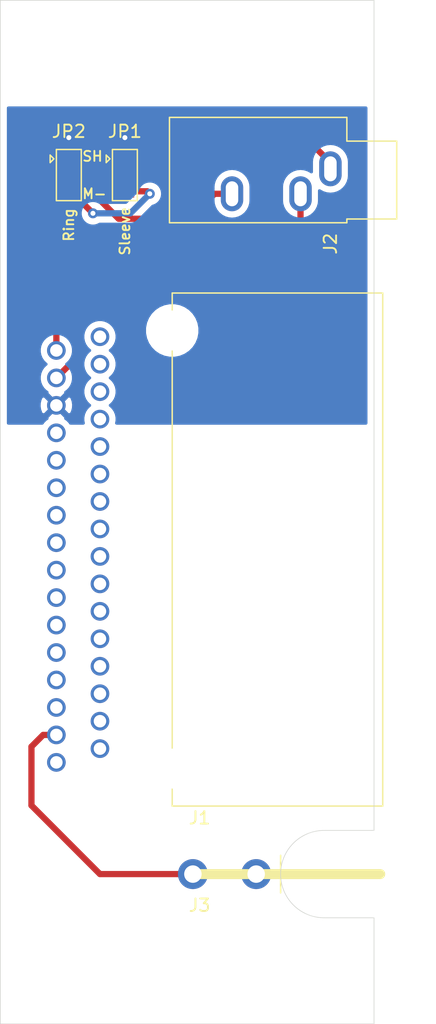
<source format=kicad_pcb>
(kicad_pcb (version 20171130) (host pcbnew 5.1.2)

  (general
    (thickness 1.6)
    (drawings 12)
    (tracks 38)
    (zones 0)
    (modules 7)
    (nets 35)
  )

  (page A4)
  (layers
    (0 F.Cu signal)
    (31 B.Cu signal)
    (32 B.Adhes user)
    (33 F.Adhes user)
    (34 B.Paste user)
    (35 F.Paste user)
    (36 B.SilkS user)
    (37 F.SilkS user)
    (38 B.Mask user)
    (39 F.Mask user)
    (40 Dwgs.User user)
    (41 Cmts.User user)
    (42 Eco1.User user)
    (43 Eco2.User user)
    (44 Edge.Cuts user)
    (45 Margin user)
    (46 B.CrtYd user)
    (47 F.CrtYd user)
    (48 B.Fab user hide)
    (49 F.Fab user hide)
  )

  (setup
    (last_trace_width 0.5)
    (trace_clearance 0.25)
    (zone_clearance 0.508)
    (zone_45_only no)
    (trace_min 0.25)
    (via_size 0.8)
    (via_drill 0.4)
    (via_min_size 0.4)
    (via_min_drill 0.3)
    (uvia_size 0.3)
    (uvia_drill 0.1)
    (uvias_allowed no)
    (uvia_min_size 0.2)
    (uvia_min_drill 0.1)
    (edge_width 0.05)
    (segment_width 0.2)
    (pcb_text_width 0.3)
    (pcb_text_size 1.5 1.5)
    (mod_edge_width 0.12)
    (mod_text_size 1 1)
    (mod_text_width 0.15)
    (pad_size 1.524 1.524)
    (pad_drill 0.762)
    (pad_to_mask_clearance 0)
    (solder_mask_min_width 0.25)
    (aux_axis_origin 0 0)
    (visible_elements FFFFFF7F)
    (pcbplotparams
      (layerselection 0x010fc_ffffffff)
      (usegerberextensions false)
      (usegerberattributes false)
      (usegerberadvancedattributes false)
      (creategerberjobfile false)
      (excludeedgelayer true)
      (linewidth 0.100000)
      (plotframeref false)
      (viasonmask false)
      (mode 1)
      (useauxorigin false)
      (hpglpennumber 1)
      (hpglpenspeed 20)
      (hpglpendiameter 15.000000)
      (psnegative false)
      (psa4output false)
      (plotreference true)
      (plotvalue true)
      (plotinvisibletext false)
      (padsonsilk false)
      (subtractmaskfromsilk false)
      (outputformat 1)
      (mirror false)
      (drillshape 1)
      (scaleselection 1)
      (outputdirectory ""))
  )

  (net 0 "")
  (net 1 "Net-(J1-Pad19)")
  (net 2 /MIC-)
  (net 3 /SH_MIC)
  (net 4 /MIC+)
  (net 5 "Net-(J1-Pad17)")
  (net 6 "Net-(J1-Pad18)")
  (net 7 "Net-(J1-Pad30)")
  (net 8 "Net-(J1-Pad32)")
  (net 9 "Net-(J1-Pad14)")
  (net 10 "Net-(J1-Pad31)")
  (net 11 "Net-(J1-Pad16)")
  (net 12 /HFL_REMOTE)
  (net 13 "Net-(J1-Pad20)")
  (net 14 "Net-(J1-Pad6)")
  (net 15 "Net-(J1-Pad10)")
  (net 16 "Net-(J1-Pad12)")
  (net 17 "Net-(J1-Pad7)")
  (net 18 "Net-(J1-Pad5)")
  (net 19 "Net-(J1-Pad8)")
  (net 20 "Net-(J1-Pad11)")
  (net 21 "Net-(J1-Pad13)")
  (net 22 "Net-(J1-Pad9)")
  (net 23 "Net-(J1-Pad4)")
  (net 24 "Net-(J1-Pad29)")
  (net 25 "Net-(J1-Pad28)")
  (net 26 "Net-(J1-Pad27)")
  (net 27 "Net-(J1-Pad26)")
  (net 28 "Net-(J1-Pad25)")
  (net 29 "Net-(J1-Pad24)")
  (net 30 "Net-(J1-Pad23)")
  (net 31 "Net-(J1-Pad22)")
  (net 32 "Net-(J1-Pad21)")
  (net 33 "Net-(J2-PadR)")
  (net 34 "Net-(J2-PadS)")

  (net_class Default "This is the default net class."
    (clearance 0.25)
    (trace_width 0.5)
    (via_dia 0.8)
    (via_drill 0.4)
    (uvia_dia 0.3)
    (uvia_drill 0.1)
    (add_net /HFL_REMOTE)
    (add_net /MIC+)
    (add_net /MIC-)
    (add_net /SH_MIC)
    (add_net "Net-(J1-Pad10)")
    (add_net "Net-(J1-Pad11)")
    (add_net "Net-(J1-Pad12)")
    (add_net "Net-(J1-Pad13)")
    (add_net "Net-(J1-Pad14)")
    (add_net "Net-(J1-Pad16)")
    (add_net "Net-(J1-Pad17)")
    (add_net "Net-(J1-Pad18)")
    (add_net "Net-(J1-Pad19)")
    (add_net "Net-(J1-Pad20)")
    (add_net "Net-(J1-Pad21)")
    (add_net "Net-(J1-Pad22)")
    (add_net "Net-(J1-Pad23)")
    (add_net "Net-(J1-Pad24)")
    (add_net "Net-(J1-Pad25)")
    (add_net "Net-(J1-Pad26)")
    (add_net "Net-(J1-Pad27)")
    (add_net "Net-(J1-Pad28)")
    (add_net "Net-(J1-Pad29)")
    (add_net "Net-(J1-Pad30)")
    (add_net "Net-(J1-Pad31)")
    (add_net "Net-(J1-Pad32)")
    (add_net "Net-(J1-Pad4)")
    (add_net "Net-(J1-Pad5)")
    (add_net "Net-(J1-Pad6)")
    (add_net "Net-(J1-Pad7)")
    (add_net "Net-(J1-Pad8)")
    (add_net "Net-(J1-Pad9)")
    (add_net "Net-(J2-PadR)")
    (add_net "Net-(J2-PadS)")
  )

  (module MountingHole:MountingHole_3.2mm_M3 (layer F.Cu) (tedit 56D1B4CB) (tstamp 5D1A4E3D)
    (at 126 124)
    (descr "Mounting Hole 3.2mm, no annular, M3")
    (tags "mounting hole 3.2mm no annular m3")
    (path /5D1B3ED0)
    (attr virtual)
    (fp_text reference H2 (at 0 -4.2) (layer F.SilkS) hide
      (effects (font (size 1 1) (thickness 0.15)))
    )
    (fp_text value MountingHole (at 0 4.2) (layer F.Fab)
      (effects (font (size 1 1) (thickness 0.15)))
    )
    (fp_circle (center 0 0) (end 3.45 0) (layer F.CrtYd) (width 0.05))
    (fp_circle (center 0 0) (end 3.2 0) (layer Cmts.User) (width 0.15))
    (fp_text user %R (at 0.3 0) (layer F.Fab)
      (effects (font (size 1 1) (thickness 0.15)))
    )
    (pad 1 np_thru_hole circle (at 0 0) (size 3.2 3.2) (drill 3.2) (layers *.Cu *.Mask))
  )

  (module MountingHole:MountingHole_3.2mm_M3 (layer F.Cu) (tedit 56D1B4CB) (tstamp 5D1A4E20)
    (at 126 50)
    (descr "Mounting Hole 3.2mm, no annular, M3")
    (tags "mounting hole 3.2mm no annular m3")
    (path /5D1B3AB9)
    (attr virtual)
    (fp_text reference H1 (at 0 -4.2) (layer F.SilkS) hide
      (effects (font (size 1 1) (thickness 0.15)))
    )
    (fp_text value MountingHole (at 0 4.2) (layer F.Fab)
      (effects (font (size 1 1) (thickness 0.15)))
    )
    (fp_circle (center 0 0) (end 3.45 0) (layer F.CrtYd) (width 0.05))
    (fp_circle (center 0 0) (end 3.2 0) (layer Cmts.User) (width 0.15))
    (fp_text user %R (at 0.3 0) (layer F.Fab)
      (effects (font (size 1 1) (thickness 0.15)))
    )
    (pad 1 np_thru_hole circle (at 0 0) (size 3.2 3.2) (drill 3.2) (layers *.Cu *.Mask))
  )

  (module Jumper:SolderJumper-3_P1.3mm_Open_Pad1.0x1.5mm (layer F.Cu) (tedit 5A3F8BB2) (tstamp 5D1A423E)
    (at 105.5 60 270)
    (descr "SMD Solder 3-pad Jumper, 1x1.5mm Pads, 0.3mm gap, open")
    (tags "solder jumper open")
    (path /5D1A623A)
    (attr virtual)
    (fp_text reference JP2 (at -3.5 0 180) (layer F.SilkS)
      (effects (font (size 1 1) (thickness 0.15)))
    )
    (fp_text value SolderJumper_3_Open (at 0 2 90) (layer F.Fab)
      (effects (font (size 1 1) (thickness 0.15)))
    )
    (fp_line (start 2.3 1.25) (end -2.3 1.25) (layer F.CrtYd) (width 0.05))
    (fp_line (start 2.3 1.25) (end 2.3 -1.25) (layer F.CrtYd) (width 0.05))
    (fp_line (start -2.3 -1.25) (end -2.3 1.25) (layer F.CrtYd) (width 0.05))
    (fp_line (start -2.3 -1.25) (end 2.3 -1.25) (layer F.CrtYd) (width 0.05))
    (fp_line (start -2.05 -1) (end 2.05 -1) (layer F.SilkS) (width 0.12))
    (fp_line (start 2.05 -1) (end 2.05 1) (layer F.SilkS) (width 0.12))
    (fp_line (start 2.05 1) (end -2.05 1) (layer F.SilkS) (width 0.12))
    (fp_line (start -2.05 1) (end -2.05 -1) (layer F.SilkS) (width 0.12))
    (fp_line (start -1.3 1.2) (end -1.6 1.5) (layer F.SilkS) (width 0.12))
    (fp_line (start -1.6 1.5) (end -1 1.5) (layer F.SilkS) (width 0.12))
    (fp_line (start -1.3 1.2) (end -1 1.5) (layer F.SilkS) (width 0.12))
    (pad 1 smd rect (at -1.3 0 270) (size 1 1.5) (layers F.Cu F.Mask)
      (net 3 /SH_MIC))
    (pad 2 smd rect (at 0 0 270) (size 1 1.5) (layers F.Cu F.Mask)
      (net 33 "Net-(J2-PadR)"))
    (pad 3 smd rect (at 1.3 0 270) (size 1 1.5) (layers F.Cu F.Mask)
      (net 2 /MIC-))
  )

  (module Jumper:SolderJumper-3_P1.3mm_Open_Pad1.0x1.5mm (layer F.Cu) (tedit 5A3F8BB2) (tstamp 5D1A422C)
    (at 110 60 270)
    (descr "SMD Solder 3-pad Jumper, 1x1.5mm Pads, 0.3mm gap, open")
    (tags "solder jumper open")
    (path /5D1A90E1)
    (attr virtual)
    (fp_text reference JP1 (at -3.5 0 180) (layer F.SilkS)
      (effects (font (size 1 1) (thickness 0.15)))
    )
    (fp_text value SolderJumper_3_Open (at 0 2 90) (layer F.Fab)
      (effects (font (size 1 1) (thickness 0.15)))
    )
    (fp_line (start 2.3 1.25) (end -2.3 1.25) (layer F.CrtYd) (width 0.05))
    (fp_line (start 2.3 1.25) (end 2.3 -1.25) (layer F.CrtYd) (width 0.05))
    (fp_line (start -2.3 -1.25) (end -2.3 1.25) (layer F.CrtYd) (width 0.05))
    (fp_line (start -2.3 -1.25) (end 2.3 -1.25) (layer F.CrtYd) (width 0.05))
    (fp_line (start -2.05 -1) (end 2.05 -1) (layer F.SilkS) (width 0.12))
    (fp_line (start 2.05 -1) (end 2.05 1) (layer F.SilkS) (width 0.12))
    (fp_line (start 2.05 1) (end -2.05 1) (layer F.SilkS) (width 0.12))
    (fp_line (start -2.05 1) (end -2.05 -1) (layer F.SilkS) (width 0.12))
    (fp_line (start -1.3 1.2) (end -1.6 1.5) (layer F.SilkS) (width 0.12))
    (fp_line (start -1.6 1.5) (end -1 1.5) (layer F.SilkS) (width 0.12))
    (fp_line (start -1.3 1.2) (end -1 1.5) (layer F.SilkS) (width 0.12))
    (pad 1 smd rect (at -1.3 0 270) (size 1 1.5) (layers F.Cu F.Mask)
      (net 3 /SH_MIC))
    (pad 2 smd rect (at 0 0 270) (size 1 1.5) (layers F.Cu F.Mask)
      (net 34 "Net-(J2-PadS)"))
    (pad 3 smd rect (at 1.3 0 270) (size 1 1.5) (layers F.Cu F.Mask)
      (net 2 /MIC-))
  )

  (module honda-hfl-connector:Keystone_4966 (layer F.Cu) (tedit 5D19D6BD) (tstamp 5D1A4EBB)
    (at 118 116)
    (path /5D1A9F9A)
    (fp_text reference J3 (at -2 2.5) (layer F.SilkS)
      (effects (font (size 1 1) (thickness 0.15)))
    )
    (fp_text value Conn_01x01 (at 1.5 -2.5) (layer F.Fab)
      (effects (font (size 1 1) (thickness 0.15)))
    )
    (fp_line (start 14 3.5) (end -5 3.5) (layer F.CrtYd) (width 0.12))
    (fp_line (start 14 -3.5) (end 14 3.5) (layer F.CrtYd) (width 0.12))
    (fp_line (start -5 -3.5) (end 14 -3.5) (layer F.CrtYd) (width 0.12))
    (fp_line (start -5 -3.5) (end -5 3.5) (layer F.CrtYd) (width 0.12))
    (fp_line (start 13 -1.5) (end -4 -1.5) (layer F.Fab) (width 0.12))
    (fp_line (start 13 1.5) (end 13 -1.5) (layer F.Fab) (width 0.12))
    (fp_line (start -4 1.5) (end 13 1.5) (layer F.Fab) (width 0.12))
    (fp_line (start -4 -1.5) (end -4 1.5) (layer F.Fab) (width 0.12))
    (fp_line (start 4.5 -1.5) (end 4.5 1.5) (layer F.SilkS) (width 0.12))
    (fp_line (start -2.5 0) (end 12.5 0) (layer F.SilkS) (width 0.8))
    (pad 1 thru_hole circle (at 2.54 0) (size 2.4 2.4) (drill 1.4) (layers *.Cu *.Mask)
      (net 12 /HFL_REMOTE))
    (pad 1 thru_hole circle (at -2.54 0) (size 2.4 2.4) (drill 1.4) (layers *.Cu *.Mask)
      (net 12 /HFL_REMOTE))
  )

  (module Connector_Audio:Jack_3.5mm_CUI_SJ1-3533NG_Horizontal (layer F.Cu) (tedit 5BAD3514) (tstamp 5D1A44CE)
    (at 126.5 59.5 270)
    (descr "TRS 3.5mm, horizontal, through-hole, https://www.cui.com/product/resource/sj1-353xng.pdf")
    (tags "TRS audio jack stereo horizontal")
    (path /5D19EBD6)
    (fp_text reference J2 (at 6 0 90) (layer F.SilkS)
      (effects (font (size 1 1) (thickness 0.15)))
    )
    (fp_text value AudioJack3 (at 0.1 14.05 90) (layer F.Fab)
      (effects (font (size 1 1) (thickness 0.15)))
    )
    (fp_text user %R (at 0.1 3.8 90) (layer F.Fab)
      (effects (font (size 1 1) (thickness 0.15)))
    )
    (fp_line (start 4.7 -5.7) (end -4.5 -5.7) (layer F.CrtYd) (width 0.05))
    (fp_line (start 4.7 13.3) (end 4.7 -5.7) (layer F.CrtYd) (width 0.05))
    (fp_line (start -4.5 13.3) (end 4.7 13.3) (layer F.CrtYd) (width 0.05))
    (fp_line (start -4.5 -5.7) (end -4.5 13.3) (layer F.CrtYd) (width 0.05))
    (fp_line (start -2.22 -1.32) (end -2.22 -5.32) (layer F.SilkS) (width 0.12))
    (fp_line (start -4.12 -1.32) (end -2.22 -1.32) (layer F.SilkS) (width 0.12))
    (fp_line (start -4.12 12.92) (end -4.12 -1.32) (layer F.SilkS) (width 0.12))
    (fp_line (start 4.32 12.92) (end -4.12 12.92) (layer F.SilkS) (width 0.12))
    (fp_line (start 4.32 -1.32) (end 4.32 12.92) (layer F.SilkS) (width 0.12))
    (fp_line (start 4.02 -1.32) (end 4.32 -1.32) (layer F.SilkS) (width 0.12))
    (fp_line (start 4.02 -5.32) (end 4.02 -1.32) (layer F.SilkS) (width 0.12))
    (fp_line (start -2.22 -5.32) (end 4.02 -5.32) (layer F.SilkS) (width 0.12))
    (fp_line (start -2.1 -1.2) (end -2.1 -5.2) (layer F.Fab) (width 0.1))
    (fp_line (start -4 -1.2) (end -2.1 -1.2) (layer F.Fab) (width 0.1))
    (fp_line (start -4 12.8) (end -4 -1.2) (layer F.Fab) (width 0.1))
    (fp_line (start 4.2 12.8) (end -4 12.8) (layer F.Fab) (width 0.1))
    (fp_line (start 4.2 -1.2) (end 4.2 12.8) (layer F.Fab) (width 0.1))
    (fp_line (start 3.9 -1.2) (end 4.2 -1.2) (layer F.Fab) (width 0.1))
    (fp_line (start 3.9 -5.2) (end 3.9 -1.2) (layer F.Fab) (width 0.1))
    (fp_line (start -2.1 -5.2) (end 3.9 -5.2) (layer F.Fab) (width 0.1))
    (pad R thru_hole oval (at 2 7.9 270) (size 2.8 1.8) (drill oval 2 1) (layers *.Cu *.Mask)
      (net 33 "Net-(J2-PadR)"))
    (pad T thru_hole oval (at 2 2.4 270) (size 2.8 1.8) (drill oval 2 1) (layers *.Cu *.Mask)
      (net 4 /MIC+))
    (pad S thru_hole oval (at 0 0 270) (size 2.8 1.8) (drill oval 2 1) (layers *.Cu *.Mask)
      (net 34 "Net-(J2-PadS)"))
    (model ${KISYS3DMOD}/Connector_Audio.3dshapes/Jack_3.5mm_CUI_SJ1-3533NG_Horizontal.wrl
      (at (xyz 0 0 0))
      (scale (xyz 1 1 1))
      (rotate (xyz 0 0 0))
    )
  )

  (module honda-hfl-connector:JAE_MF34032NF2_Honda (layer F.Cu) (tedit 5D19D354) (tstamp 5D1A41EE)
    (at 108 90)
    (path /5D19CF94)
    (fp_text reference J1 (at 8 21.5) (layer F.SilkS)
      (effects (font (size 1 1) (thickness 0.15)))
    )
    (fp_text value Conn_02x16_Top_Bottom (at 6 1.5) (layer F.Fab)
      (effects (font (size 1 1) (thickness 0.15)))
    )
    (fp_text user %R (at 6 -1.5) (layer F.Fab)
      (effects (font (size 1 1) (thickness 0.15)))
    )
    (fp_line (start 16.5 -21) (end 16.5 21) (layer F.Fab) (width 0.12))
    (fp_line (start -4 -21) (end 23.5 -21) (layer F.Fab) (width 0.12))
    (fp_line (start -4 21) (end -4 -21) (layer F.Fab) (width 0.12))
    (fp_line (start 23.5 21) (end -4 21) (layer F.Fab) (width 0.12))
    (fp_line (start 23.5 -21) (end 23.5 21) (layer F.Fab) (width 0.12))
    (fp_line (start -4.5 21.5) (end -4.5 -21.5) (layer F.CrtYd) (width 0.12))
    (fp_line (start 24 -21.5) (end 24 21.5) (layer F.CrtYd) (width 0.12))
    (fp_line (start -4.5 21.5) (end 24 21.5) (layer F.CrtYd) (width 0.12))
    (fp_line (start -4.5 -21.5) (end 24 -21.5) (layer F.CrtYd) (width 0.12))
    (fp_line (start 22.7 20.55) (end 22.7 -20.55) (layer F.SilkS) (width 0.12))
    (fp_line (start 5.8 -20.55) (end 5.8 20.55) (layer F.SilkS) (width 0.12))
    (fp_line (start 5.8 20.55) (end 22.7 20.55) (layer F.SilkS) (width 0.12))
    (fp_line (start 5.8 -20.55) (end 22.7 -20.55) (layer F.SilkS) (width 0.12))
    (pad 19 thru_hole circle (at 0 -12.65) (size 1.5 1.5) (drill 1) (layers *.Cu *.Mask)
      (net 1 "Net-(J1-Pad19)"))
    (pad 1 thru_hole circle (at -3.5 -15.95) (size 1.5 1.5) (drill 1) (layers *.Cu *.Mask)
      (net 2 /MIC-))
    (pad 3 thru_hole circle (at -3.5 -11.55) (size 1.5 1.5) (drill 1) (layers *.Cu *.Mask)
      (net 3 /SH_MIC))
    (pad 2 thru_hole circle (at -3.5 -13.75) (size 1.5 1.5) (drill 1) (layers *.Cu *.Mask)
      (net 4 /MIC+))
    (pad 17 thru_hole circle (at 0 -17.05) (size 1.5 1.5) (drill 1) (layers *.Cu *.Mask)
      (net 5 "Net-(J1-Pad17)"))
    (pad 18 thru_hole circle (at 0 -14.85) (size 1.5 1.5) (drill 1) (layers *.Cu *.Mask)
      (net 6 "Net-(J1-Pad18)"))
    (pad 30 thru_hole circle (at 0 11.55) (size 1.5 1.5) (drill 1) (layers *.Cu *.Mask)
      (net 7 "Net-(J1-Pad30)"))
    (pad 32 thru_hole circle (at 0 15.95) (size 1.5 1.5) (drill 1) (layers *.Cu *.Mask)
      (net 8 "Net-(J1-Pad32)"))
    (pad 14 thru_hole circle (at -3.5 12.65) (size 1.5 1.5) (drill 1) (layers *.Cu *.Mask)
      (net 9 "Net-(J1-Pad14)"))
    (pad 31 thru_hole circle (at 0 13.75) (size 1.5 1.5) (drill 1) (layers *.Cu *.Mask)
      (net 10 "Net-(J1-Pad31)"))
    (pad 16 thru_hole circle (at -3.5 17.05) (size 1.5 1.5) (drill 1) (layers *.Cu *.Mask)
      (net 11 "Net-(J1-Pad16)"))
    (pad 15 thru_hole circle (at -3.5 14.85) (size 1.5 1.5) (drill 1) (layers *.Cu *.Mask)
      (net 12 /HFL_REMOTE))
    (pad 20 thru_hole circle (at 0 -10.45) (size 1.5 1.5) (drill 1) (layers *.Cu *.Mask)
      (net 13 "Net-(J1-Pad20)"))
    (pad "" np_thru_hole circle (at 5.8 17.55) (size 3.2 3.2) (drill 3.2) (layers *.Cu *.Mask))
    (pad 6 thru_hole circle (at -3.5 -4.95) (size 1.5 1.5) (drill 1) (layers *.Cu *.Mask)
      (net 14 "Net-(J1-Pad6)"))
    (pad 10 thru_hole circle (at -3.5 3.85) (size 1.5 1.5) (drill 1) (layers *.Cu *.Mask)
      (net 15 "Net-(J1-Pad10)"))
    (pad 12 thru_hole circle (at -3.5 8.25) (size 1.5 1.5) (drill 1) (layers *.Cu *.Mask)
      (net 16 "Net-(J1-Pad12)"))
    (pad 7 thru_hole circle (at -3.5 -2.75) (size 1.5 1.5) (drill 1) (layers *.Cu *.Mask)
      (net 17 "Net-(J1-Pad7)"))
    (pad 5 thru_hole circle (at -3.5 -7.15) (size 1.5 1.5) (drill 1) (layers *.Cu *.Mask)
      (net 18 "Net-(J1-Pad5)"))
    (pad 8 thru_hole circle (at -3.5 -0.55) (size 1.5 1.5) (drill 1) (layers *.Cu *.Mask)
      (net 19 "Net-(J1-Pad8)"))
    (pad 11 thru_hole circle (at -3.5 6.05) (size 1.5 1.5) (drill 1) (layers *.Cu *.Mask)
      (net 20 "Net-(J1-Pad11)"))
    (pad 13 thru_hole circle (at -3.5 10.45) (size 1.5 1.5) (drill 1) (layers *.Cu *.Mask)
      (net 21 "Net-(J1-Pad13)"))
    (pad 9 thru_hole circle (at -3.5 1.65) (size 1.5 1.5) (drill 1) (layers *.Cu *.Mask)
      (net 22 "Net-(J1-Pad9)"))
    (pad 4 thru_hole circle (at -3.5 -9.35) (size 1.5 1.5) (drill 1) (layers *.Cu *.Mask)
      (net 23 "Net-(J1-Pad4)"))
    (pad 29 thru_hole circle (at 0 9.35) (size 1.5 1.5) (drill 1) (layers *.Cu *.Mask)
      (net 24 "Net-(J1-Pad29)"))
    (pad 28 thru_hole circle (at 0 7.15) (size 1.5 1.5) (drill 1) (layers *.Cu *.Mask)
      (net 25 "Net-(J1-Pad28)"))
    (pad 27 thru_hole circle (at 0 4.95) (size 1.5 1.5) (drill 1) (layers *.Cu *.Mask)
      (net 26 "Net-(J1-Pad27)"))
    (pad 26 thru_hole circle (at 0 2.75) (size 1.5 1.5) (drill 1) (layers *.Cu *.Mask)
      (net 27 "Net-(J1-Pad26)"))
    (pad 25 thru_hole circle (at 0 0.55) (size 1.5 1.5) (drill 1) (layers *.Cu *.Mask)
      (net 28 "Net-(J1-Pad25)"))
    (pad 24 thru_hole circle (at 0 -1.65) (size 1.5 1.5) (drill 1) (layers *.Cu *.Mask)
      (net 29 "Net-(J1-Pad24)"))
    (pad 23 thru_hole circle (at 0 -3.85) (size 1.5 1.5) (drill 1) (layers *.Cu *.Mask)
      (net 30 "Net-(J1-Pad23)"))
    (pad 22 thru_hole circle (at 0 -6.05) (size 1.5 1.5) (drill 1) (layers *.Cu *.Mask)
      (net 31 "Net-(J1-Pad22)"))
    (pad 21 thru_hole circle (at 0 -8.25) (size 1.5 1.5) (drill 1) (layers *.Cu *.Mask)
      (net 32 "Net-(J1-Pad21)"))
    (pad "" np_thru_hole circle (at 5.8 -17.55) (size 3.2 3.2) (drill 3.2) (layers *.Cu *.Mask))
  )

  (gr_line (start 130 119.5) (end 130 128) (layer Edge.Cuts) (width 0.05) (tstamp 5D1A5017))
  (gr_line (start 126 119.5) (end 130 119.5) (layer Edge.Cuts) (width 0.05))
  (gr_line (start 126 112.5) (end 130 112.5) (layer Edge.Cuts) (width 0.05))
  (gr_arc (start 126 116) (end 126 112.5) (angle -180) (layer Edge.Cuts) (width 0.05))
  (gr_line (start 100 128) (end 130 128) (layer Edge.Cuts) (width 0.05))
  (gr_line (start 100 46) (end 100 128) (layer Edge.Cuts) (width 0.05))
  (gr_line (start 130 46) (end 100 46) (layer Edge.Cuts) (width 0.05) (tstamp 5D1A4E17))
  (gr_line (start 130 46) (end 130 112.5) (layer Edge.Cuts) (width 0.05))
  (gr_text M- (at 106.5 61.5) (layer F.SilkS)
    (effects (font (size 0.8 0.8) (thickness 0.15)) (justify left))
  )
  (gr_text SH (at 106.5 58.5) (layer F.SilkS)
    (effects (font (size 0.8 0.8) (thickness 0.15)) (justify left))
  )
  (gr_text Ring (at 105.5 64 90) (layer F.SilkS) (tstamp 5D1A4940)
    (effects (font (size 0.8 0.8) (thickness 0.15)))
  )
  (gr_text Sleeve (at 110 64.5 90) (layer F.SilkS) (tstamp 5D1A493B)
    (effects (font (size 0.8 0.8) (thickness 0.15)))
  )

  (segment (start 104.5 62.3) (end 105.5 61.3) (width 0.5) (layer F.Cu) (net 2))
  (segment (start 104.5 74.05) (end 104.5 62.3) (width 0.5) (layer F.Cu) (net 2))
  (segment (start 105.5 61.3) (end 105.673654 61.3) (width 0.5) (layer F.Cu) (net 2))
  (via (at 107.436827 63.063173) (size 0.8) (drill 0.4) (layers F.Cu B.Cu) (net 2))
  (segment (start 105.673654 61.3) (end 107.436827 63.063173) (width 0.5) (layer F.Cu) (net 2))
  (via (at 112 61.5) (size 0.8) (drill 0.4) (layers F.Cu B.Cu) (net 2))
  (segment (start 107.436827 63.063173) (end 110.436827 63.063173) (width 0.5) (layer B.Cu) (net 2))
  (segment (start 110.436827 63.063173) (end 112 61.5) (width 0.5) (layer B.Cu) (net 2))
  (segment (start 111.8 61.3) (end 112 61.5) (width 0.5) (layer F.Cu) (net 2))
  (segment (start 110 61.3) (end 111.8 61.3) (width 0.5) (layer F.Cu) (net 2))
  (via (at 105.5 57) (size 0.8) (drill 0.4) (layers F.Cu B.Cu) (net 3))
  (segment (start 105.5 58.7) (end 105.5 57) (width 0.5) (layer F.Cu) (net 3))
  (via (at 110 57) (size 0.8) (drill 0.4) (layers F.Cu B.Cu) (net 3))
  (segment (start 110 58.7) (end 110 57) (width 0.5) (layer F.Cu) (net 3))
  (segment (start 106.18 74.57) (end 106.18 70.82) (width 0.5) (layer F.Cu) (net 4))
  (segment (start 104.5 76.25) (end 106.18 74.57) (width 0.5) (layer F.Cu) (net 4))
  (segment (start 124.1 64.4) (end 124.1 61.5) (width 0.5) (layer F.Cu) (net 4))
  (segment (start 110.5 66.5) (end 122 66.5) (width 0.5) (layer F.Cu) (net 4))
  (segment (start 106.18 70.82) (end 110.5 66.5) (width 0.5) (layer F.Cu) (net 4))
  (segment (start 122 66.5) (end 124.1 64.4) (width 0.5) (layer F.Cu) (net 4))
  (segment (start 120.54 116) (end 115.46 116) (width 0.5) (layer F.Cu) (net 12))
  (segment (start 108 116) (end 115.46 116) (width 0.5) (layer F.Cu) (net 12))
  (segment (start 102.5 105.78934) (end 102.5 110.5) (width 0.5) (layer F.Cu) (net 12))
  (segment (start 104.5 104.85) (end 103.43934 104.85) (width 0.5) (layer F.Cu) (net 12))
  (segment (start 102.5 110.5) (end 108 116) (width 0.5) (layer F.Cu) (net 12))
  (segment (start 103.43934 104.85) (end 102.5 105.78934) (width 0.5) (layer F.Cu) (net 12))
  (segment (start 117.2 61.5) (end 118.6 61.5) (width 0.5) (layer F.Cu) (net 33))
  (segment (start 115.2 63.5) (end 117.2 61.5) (width 0.5) (layer F.Cu) (net 33))
  (segment (start 106.75 60) (end 107.5 60.75) (width 0.5) (layer F.Cu) (net 33))
  (segment (start 107.5 60.75) (end 107.5 61.5) (width 0.5) (layer F.Cu) (net 33))
  (segment (start 109.5 63.5) (end 115.2 63.5) (width 0.5) (layer F.Cu) (net 33))
  (segment (start 105.5 60) (end 106.75 60) (width 0.5) (layer F.Cu) (net 33))
  (segment (start 107.5 61.5) (end 109.5 63.5) (width 0.5) (layer F.Cu) (net 33))
  (segment (start 116.5 57) (end 113.5 60) (width 0.5) (layer F.Cu) (net 34))
  (segment (start 124.5 57) (end 116.5 57) (width 0.5) (layer F.Cu) (net 34))
  (segment (start 113.5 60) (end 110 60) (width 0.5) (layer F.Cu) (net 34))
  (segment (start 126.5 59) (end 124.5 57) (width 0.5) (layer F.Cu) (net 34))
  (segment (start 126.5 59.5) (end 126.5 59) (width 0.5) (layer F.Cu) (net 34))

  (zone (net 3) (net_name /SH_MIC) (layer B.Cu) (tstamp 0) (hatch edge 0.508)
    (connect_pads thru_hole_only (clearance 0.5))
    (min_thickness 0.25)
    (fill yes (arc_segments 32) (thermal_gap 0.508) (thermal_bridge_width 0.508))
    (polygon
      (pts
        (xy 100 54.5) (xy 135 54.5) (xy 135 80) (xy 100 80)
      )
    )
    (filled_polygon
      (pts
        (xy 129.350001 79.875) (xy 109.337291 79.875) (xy 109.375 79.685426) (xy 109.375 79.414574) (xy 109.322159 79.148927)
        (xy 109.218509 78.898693) (xy 109.068032 78.673489) (xy 108.876511 78.481968) (xy 108.828668 78.45) (xy 108.876511 78.418032)
        (xy 109.068032 78.226511) (xy 109.218509 78.001307) (xy 109.322159 77.751073) (xy 109.375 77.485426) (xy 109.375 77.214574)
        (xy 109.322159 76.948927) (xy 109.218509 76.698693) (xy 109.068032 76.473489) (xy 108.876511 76.281968) (xy 108.828668 76.25)
        (xy 108.876511 76.218032) (xy 109.068032 76.026511) (xy 109.218509 75.801307) (xy 109.322159 75.551073) (xy 109.375 75.285426)
        (xy 109.375 75.014574) (xy 109.322159 74.748927) (xy 109.218509 74.498693) (xy 109.068032 74.273489) (xy 108.876511 74.081968)
        (xy 108.828668 74.05) (xy 108.876511 74.018032) (xy 109.068032 73.826511) (xy 109.218509 73.601307) (xy 109.322159 73.351073)
        (xy 109.375 73.085426) (xy 109.375 72.814574) (xy 109.322159 72.548927) (xy 109.218509 72.298693) (xy 109.173183 72.230857)
        (xy 111.575 72.230857) (xy 111.575 72.669143) (xy 111.660505 73.099009) (xy 111.82823 73.503933) (xy 112.07173 73.868355)
        (xy 112.381645 74.17827) (xy 112.746067 74.42177) (xy 113.150991 74.589495) (xy 113.580857 74.675) (xy 114.019143 74.675)
        (xy 114.449009 74.589495) (xy 114.853933 74.42177) (xy 115.218355 74.17827) (xy 115.52827 73.868355) (xy 115.77177 73.503933)
        (xy 115.939495 73.099009) (xy 116.025 72.669143) (xy 116.025 72.230857) (xy 115.939495 71.800991) (xy 115.77177 71.396067)
        (xy 115.52827 71.031645) (xy 115.218355 70.72173) (xy 114.853933 70.47823) (xy 114.449009 70.310505) (xy 114.019143 70.225)
        (xy 113.580857 70.225) (xy 113.150991 70.310505) (xy 112.746067 70.47823) (xy 112.381645 70.72173) (xy 112.07173 71.031645)
        (xy 111.82823 71.396067) (xy 111.660505 71.800991) (xy 111.575 72.230857) (xy 109.173183 72.230857) (xy 109.068032 72.073489)
        (xy 108.876511 71.881968) (xy 108.651307 71.731491) (xy 108.401073 71.627841) (xy 108.135426 71.575) (xy 107.864574 71.575)
        (xy 107.598927 71.627841) (xy 107.348693 71.731491) (xy 107.123489 71.881968) (xy 106.931968 72.073489) (xy 106.781491 72.298693)
        (xy 106.677841 72.548927) (xy 106.625 72.814574) (xy 106.625 73.085426) (xy 106.677841 73.351073) (xy 106.781491 73.601307)
        (xy 106.931968 73.826511) (xy 107.123489 74.018032) (xy 107.171332 74.05) (xy 107.123489 74.081968) (xy 106.931968 74.273489)
        (xy 106.781491 74.498693) (xy 106.677841 74.748927) (xy 106.625 75.014574) (xy 106.625 75.285426) (xy 106.677841 75.551073)
        (xy 106.781491 75.801307) (xy 106.931968 76.026511) (xy 107.123489 76.218032) (xy 107.171332 76.25) (xy 107.123489 76.281968)
        (xy 106.931968 76.473489) (xy 106.781491 76.698693) (xy 106.677841 76.948927) (xy 106.625 77.214574) (xy 106.625 77.485426)
        (xy 106.677841 77.751073) (xy 106.781491 78.001307) (xy 106.931968 78.226511) (xy 107.123489 78.418032) (xy 107.171332 78.45)
        (xy 107.123489 78.481968) (xy 106.931968 78.673489) (xy 106.781491 78.898693) (xy 106.677841 79.148927) (xy 106.625 79.414574)
        (xy 106.625 79.685426) (xy 106.662709 79.875) (xy 105.63586 79.875) (xy 105.568032 79.773489) (xy 105.376511 79.581968)
        (xy 105.249838 79.497328) (xy 105.274754 79.407187) (xy 104.5 78.632434) (xy 103.725246 79.407187) (xy 103.750162 79.497328)
        (xy 103.623489 79.581968) (xy 103.431968 79.773489) (xy 103.36414 79.875) (xy 100.65 79.875) (xy 100.65 78.524577)
        (xy 103.112311 78.524577) (xy 103.153524 78.793869) (xy 103.246482 79.049946) (xy 103.304746 79.15895) (xy 103.542813 79.224754)
        (xy 104.317566 78.45) (xy 104.682434 78.45) (xy 105.457187 79.224754) (xy 105.695254 79.15895) (xy 105.810597 78.912145)
        (xy 105.875574 78.64758) (xy 105.887689 78.375423) (xy 105.846476 78.106131) (xy 105.753518 77.850054) (xy 105.695254 77.74105)
        (xy 105.457187 77.675246) (xy 104.682434 78.45) (xy 104.317566 78.45) (xy 103.542813 77.675246) (xy 103.304746 77.74105)
        (xy 103.189403 77.987855) (xy 103.124426 78.25242) (xy 103.112311 78.524577) (xy 100.65 78.524577) (xy 100.65 73.914574)
        (xy 103.125 73.914574) (xy 103.125 74.185426) (xy 103.177841 74.451073) (xy 103.281491 74.701307) (xy 103.431968 74.926511)
        (xy 103.623489 75.118032) (xy 103.671332 75.15) (xy 103.623489 75.181968) (xy 103.431968 75.373489) (xy 103.281491 75.598693)
        (xy 103.177841 75.848927) (xy 103.125 76.114574) (xy 103.125 76.385426) (xy 103.177841 76.651073) (xy 103.281491 76.901307)
        (xy 103.431968 77.126511) (xy 103.623489 77.318032) (xy 103.750162 77.402672) (xy 103.725246 77.492813) (xy 104.5 78.267566)
        (xy 105.274754 77.492813) (xy 105.249838 77.402672) (xy 105.376511 77.318032) (xy 105.568032 77.126511) (xy 105.718509 76.901307)
        (xy 105.822159 76.651073) (xy 105.875 76.385426) (xy 105.875 76.114574) (xy 105.822159 75.848927) (xy 105.718509 75.598693)
        (xy 105.568032 75.373489) (xy 105.376511 75.181968) (xy 105.328668 75.15) (xy 105.376511 75.118032) (xy 105.568032 74.926511)
        (xy 105.718509 74.701307) (xy 105.822159 74.451073) (xy 105.875 74.185426) (xy 105.875 73.914574) (xy 105.822159 73.648927)
        (xy 105.718509 73.398693) (xy 105.568032 73.173489) (xy 105.376511 72.981968) (xy 105.151307 72.831491) (xy 104.901073 72.727841)
        (xy 104.635426 72.675) (xy 104.364574 72.675) (xy 104.098927 72.727841) (xy 103.848693 72.831491) (xy 103.623489 72.981968)
        (xy 103.431968 73.173489) (xy 103.281491 73.398693) (xy 103.177841 73.648927) (xy 103.125 73.914574) (xy 100.65 73.914574)
        (xy 100.65 62.962219) (xy 106.411827 62.962219) (xy 106.411827 63.164127) (xy 106.451217 63.362155) (xy 106.528483 63.548693)
        (xy 106.640657 63.716573) (xy 106.783427 63.859343) (xy 106.951307 63.971517) (xy 107.137845 64.048783) (xy 107.335873 64.088173)
        (xy 107.537781 64.088173) (xy 107.735809 64.048783) (xy 107.922347 63.971517) (xy 107.97225 63.938173) (xy 110.393848 63.938173)
        (xy 110.436827 63.942406) (xy 110.479806 63.938173) (xy 110.608357 63.925512) (xy 110.773295 63.875478) (xy 110.925303 63.794229)
        (xy 111.058539 63.684885) (xy 111.085943 63.651493) (xy 112.240118 62.497319) (xy 112.298982 62.48561) (xy 112.48552 62.408344)
        (xy 112.6534 62.29617) (xy 112.79617 62.1534) (xy 112.908344 61.98552) (xy 112.98561 61.798982) (xy 113.025 61.600954)
        (xy 113.025 61.399046) (xy 112.98561 61.201018) (xy 112.908344 61.01448) (xy 112.848615 60.925089) (xy 117.075 60.925089)
        (xy 117.075 62.07491) (xy 117.097066 62.298951) (xy 117.184267 62.586415) (xy 117.325874 62.851343) (xy 117.516445 63.083555)
        (xy 117.748656 63.274126) (xy 118.013584 63.415733) (xy 118.301048 63.502934) (xy 118.6 63.532378) (xy 118.898951 63.502934)
        (xy 119.186415 63.415733) (xy 119.451343 63.274126) (xy 119.683555 63.083555) (xy 119.874126 62.851344) (xy 120.015733 62.586416)
        (xy 120.102934 62.298952) (xy 120.125 62.074911) (xy 120.125 60.925089) (xy 122.575 60.925089) (xy 122.575 62.07491)
        (xy 122.597066 62.298951) (xy 122.684267 62.586415) (xy 122.825874 62.851343) (xy 123.016445 63.083555) (xy 123.248656 63.274126)
        (xy 123.513584 63.415733) (xy 123.801048 63.502934) (xy 124.1 63.532378) (xy 124.398951 63.502934) (xy 124.686415 63.415733)
        (xy 124.951343 63.274126) (xy 125.183555 63.083555) (xy 125.374126 62.851344) (xy 125.515733 62.586416) (xy 125.602934 62.298952)
        (xy 125.625 62.074911) (xy 125.625 61.254712) (xy 125.648656 61.274126) (xy 125.913584 61.415733) (xy 126.201048 61.502934)
        (xy 126.5 61.532378) (xy 126.798951 61.502934) (xy 127.086415 61.415733) (xy 127.351343 61.274126) (xy 127.583555 61.083555)
        (xy 127.774126 60.851344) (xy 127.915733 60.586416) (xy 128.002934 60.298952) (xy 128.025 60.074911) (xy 128.025 58.925089)
        (xy 128.002934 58.701048) (xy 127.915733 58.413584) (xy 127.774126 58.148656) (xy 127.583555 57.916445) (xy 127.351344 57.725874)
        (xy 127.086416 57.584267) (xy 126.798952 57.497066) (xy 126.5 57.467622) (xy 126.201049 57.497066) (xy 125.913585 57.584267)
        (xy 125.648657 57.725874) (xy 125.416446 57.916445) (xy 125.225874 58.148656) (xy 125.084267 58.413584) (xy 124.997066 58.701048)
        (xy 124.975 58.925089) (xy 124.975 59.745288) (xy 124.951344 59.725874) (xy 124.686416 59.584267) (xy 124.398952 59.497066)
        (xy 124.1 59.467622) (xy 123.801049 59.497066) (xy 123.513585 59.584267) (xy 123.248657 59.725874) (xy 123.016446 59.916445)
        (xy 122.825874 60.148656) (xy 122.684267 60.413584) (xy 122.597066 60.701048) (xy 122.575 60.925089) (xy 120.125 60.925089)
        (xy 120.102934 60.701048) (xy 120.015733 60.413584) (xy 119.874126 60.148656) (xy 119.683555 59.916445) (xy 119.451344 59.725874)
        (xy 119.186416 59.584267) (xy 118.898952 59.497066) (xy 118.6 59.467622) (xy 118.301049 59.497066) (xy 118.013585 59.584267)
        (xy 117.748657 59.725874) (xy 117.516446 59.916445) (xy 117.325874 60.148656) (xy 117.184267 60.413584) (xy 117.097066 60.701048)
        (xy 117.075 60.925089) (xy 112.848615 60.925089) (xy 112.79617 60.8466) (xy 112.6534 60.70383) (xy 112.48552 60.591656)
        (xy 112.298982 60.51439) (xy 112.100954 60.475) (xy 111.899046 60.475) (xy 111.701018 60.51439) (xy 111.51448 60.591656)
        (xy 111.3466 60.70383) (xy 111.20383 60.8466) (xy 111.091656 61.01448) (xy 111.01439 61.201018) (xy 111.002681 61.259882)
        (xy 110.074391 62.188173) (xy 107.97225 62.188173) (xy 107.922347 62.154829) (xy 107.735809 62.077563) (xy 107.537781 62.038173)
        (xy 107.335873 62.038173) (xy 107.137845 62.077563) (xy 106.951307 62.154829) (xy 106.783427 62.267003) (xy 106.640657 62.409773)
        (xy 106.528483 62.577653) (xy 106.451217 62.764191) (xy 106.411827 62.962219) (xy 100.65 62.962219) (xy 100.65 54.625)
        (xy 129.35 54.625)
      )
    )
  )
)

</source>
